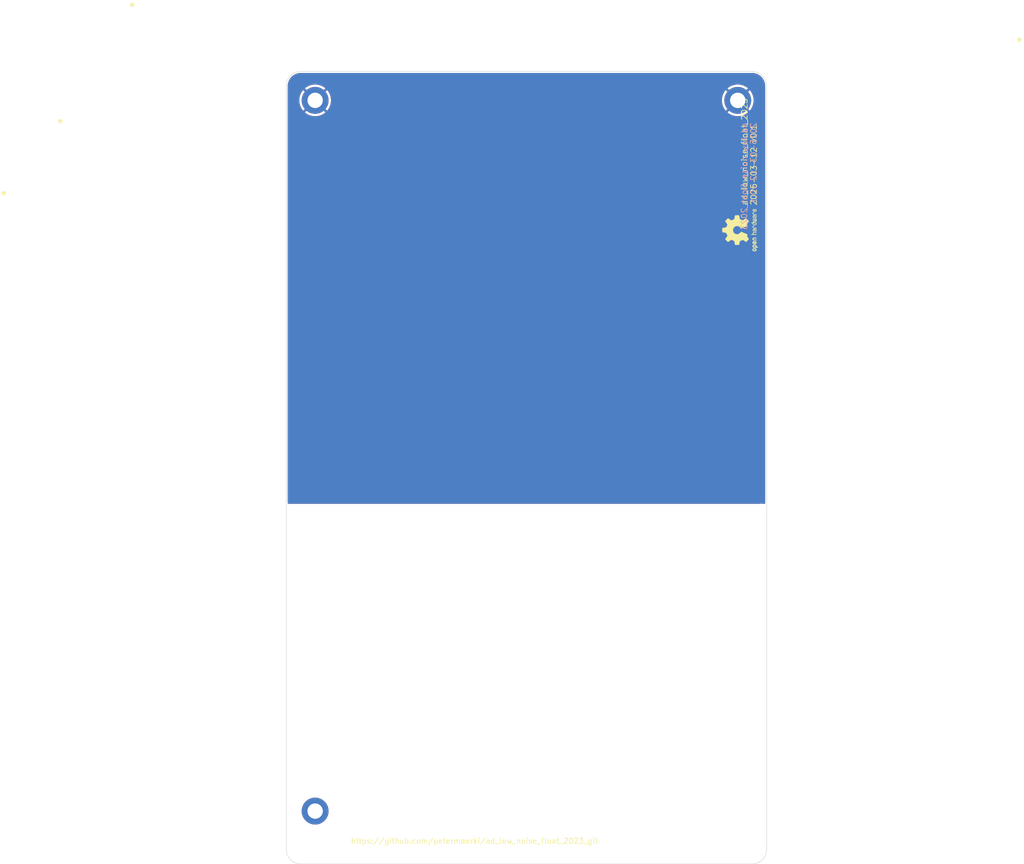
<source format=kicad_pcb>
(kicad_pcb (version 20240108) (generator "pcbnew") (generator_version "8.0")
  (title_block (title "ad_low_noise_float_2023") (date "2025-03-12") (rev "0.1") (company "Peter Märki") (comment 1 "The MIT License (MIT)"))
  (layers (0 "F.Cu" signal) (31 "B.Cu" signal) (34 "B.Paste" user) (35 "F.Paste" user) (36 "B.SilkS" user "B.Silkscreen") (37 "F.SilkS" user "F.Silkscreen") (38 "B.Mask" user) (39 "F.Mask" user) (44 "Edge.Cuts" user))
  (net 0 "")
  (net 1 "GND")
  (footprint "MountingHole:MountingHole_3.2mm_M3_DIN965_Pad" (layer "F.Cu") (at 64.76 171.26)
    (property "Reference" "H1307" (hide yes))
    (property "Value" "octoprobe_MountingHole")
    (pad "1" thru_hole circle (at 0 0) (size 5.6 5.6) (drill 3.2) (layers "*.Cu" "*.Mask" "In1.Cu" "In2.Cu" "In3.Cu" "In4.Cu" "In5.Cu" "In6.Cu" "In7.Cu" "In8.Cu" "In9.Cu" "In10.Cu" "In11.Cu" "In12.Cu" "In13.Cu" "In14.Cu" "In15.Cu" "In16.Cu" "In17.Cu" "In18.Cu" "In19.Cu" "In20.Cu" "In21.Cu" "In22.Cu" "In23.Cu" "In24.Cu" "In25.Cu" "In26.Cu" "In27.Cu" "In28.Cu" "In29.Cu" "In30.Cu") (net 1 "GND"))
  )
  (footprint "MountingHole:MountingHole_3.2mm_M3_DIN965_Pad" (layer "F.Cu") (at 152.76 23.26)
    (property "Reference" "H1305" (hide yes))
    (property "Value" "octoprobe_MountingHole")
    (pad "1" thru_hole circle (at 0 0) (size 5.6 5.6) (drill 3.2) (layers "*.Cu" "*.Mask" "In1.Cu" "In2.Cu" "In3.Cu" "In4.Cu" "In5.Cu" "In6.Cu" "In7.Cu" "In8.Cu" "In9.Cu" "In10.Cu" "In11.Cu" "In12.Cu" "In13.Cu" "In14.Cu" "In15.Cu" "In16.Cu" "In17.Cu" "In18.Cu" "In19.Cu" "In20.Cu" "In21.Cu" "In22.Cu" "In23.Cu" "In24.Cu" "In25.Cu" "In26.Cu" "In27.Cu" "In28.Cu" "In29.Cu" "In30.Cu") (net 1 "GND"))
  )
  (footprint "Symbol:OSHW-Logo2_9.8x8mm_SilkScreen" (layer "F.Cu") (at 153.248 50.28 90)
    (property "Reference" "Logo_open_hardware101" (hide yes))
    (property "Value" "Logo_Open_Hardware_Small" (hide yes))
    (fp_poly (pts (xy 3.570807 2.636782) (xy 3.594161 2.646988) (xy 3.649902 2.691134) (xy 3.697569 2.754967) (xy 3.727048 2.823087) (xy 3.731846 2.85667) (xy 3.71576 2.903556) (xy 3.680475 2.928365) (xy 3.642644 2.943387) (xy 3.625321 2.946155) (xy 3.616886 2.926066) (xy 3.60023 2.882351) (xy 3.592923 2.862598) (xy 3.551948 2.794271) (xy 3.492622 2.760191) (xy 3.416552 2.761239) (xy 3.410918 2.762581) (xy 3.370305 2.781836) (xy 3.340448 2.819375) (xy 3.320055 2.879809) (xy 3.307836 2.967751) (xy 3.3025 3.087813) (xy 3.302 3.151698) (xy 3.301752 3.252403) (xy 3.300126 3.321054) (xy 3.295801 3.364673) (xy 3.287454 3.390282) (xy 3.273765 3.404903) (xy 3.253411 3.415558) (xy 3.252234 3.416095) (xy 3.213038 3.432667) (xy 3.193619 3.438769) (xy 3.190635 3.420319) (xy 3.188081 3.369323) (xy 3.18614 3.292308) (xy 3.184997 3.195805) (xy 3.184769 3.125184) (xy 3.185932 2.988525) (xy 3.190479 2.884851) (xy 3.199999 2.808108) (xy 3.216081 2.752246) (xy 3.240313 2.711212) (xy 3.274286 2.678954) (xy 3.307833 2.65644) (xy 3.388499 2.626476) (xy 3.482381 2.619718) (xy 3.570807 2.636782)) (stroke (width 0.01)) (fill solid) (layer "F.SilkS"))
    (fp_poly (pts (xy -1.728336 2.595089) (xy -1.665633 2.631358) (xy -1.622039 2.667358) (xy -1.590155 2.705075) (xy -1.56819 2.751199) (xy -1.554351 2.812421) (xy -1.546847 2.895431) (xy -1.543883 3.006919) (xy -1.543539 3.087062) (xy -1.543539 3.382065) (xy -1.709615 3.456515) (xy -1.719385 3.133402) (xy -1.723421 3.012729) (xy -1.727656 2.925141) (xy -1.732903 2.86465) (xy -1.739975 2.825268) (xy -1.749689 2.801007) (xy -1.762856 2.78588) (xy -1.767081 2.782606) (xy -1.831091 2.757034) (xy -1.895792 2.767153) (xy -1.934308 2.794) (xy -1.949975 2.813024) (xy -1.96082 2.837988) (xy -1.967712 2.875834) (xy -1.971521 2.933502) (xy -1.973117 3.017935) (xy -1.973385 3.105928) (xy -1.973437 3.216323) (xy -1.975328 3.294463) (xy -1.981655 3.347165) (xy -1.995017 3.381242) (xy -2.018015 3.403511) (xy -2.053246 3.420787) (xy -2.100303 3.438738) (xy -2.151697 3.458278) (xy -2.145579 3.111485) (xy -2.143116 2.986468) (xy -2.140233 2.894082) (xy -2.136102 2.827881) (xy -2.129893 2.78142) (xy -2.120774 2.748256) (xy -2.107917 2.721944) (xy -2.092416 2.698729) (xy -2.017629 2.624569) (xy -1.926372 2.581684) (xy -1.827117 2.571412) (xy -1.728336 2.595089)) (stroke (width 0.01)) (fill solid) (layer "F.SilkS"))
    (fp_poly (pts (xy 0.713362 2.62467) (xy 0.802117 2.657421) (xy 0.874022 2.71535) (xy 0.902144 2.756128) (xy 0.932802 2.830954) (xy 0.932165 2.885058) (xy 0.899987 2.921446) (xy 0.888081 2.927633) (xy 0.836675 2.946925) (xy 0.810422 2.941982) (xy 0.80153 2.909587) (xy 0.801077 2.891692) (xy 0.784797 2.825859) (xy 0.742365 2.779807) (xy 0.683388 2.757564) (xy 0.617475 2.763161) (xy 0.563895 2.792229) (xy 0.545798 2.80881) (xy 0.532971 2.828925) (xy 0.524306 2.859332) (xy 0.518696 2.906788) (xy 0.515035 2.97805) (xy 0.512215 3.079875) (xy 0.511484 3.112115) (xy 0.50882 3.22241) (xy 0.505792 3.300036) (xy 0.50125 3.351396) (xy 0.494046 3.38289) (xy 0.483033 3.40092) (xy 0.46706 3.411888) (xy 0.456834 3.416733) (xy 0.413406 3.433301) (xy 0.387842 3.438769) (xy 0.379395 3.420507) (xy 0.374239 3.365296) (xy 0.372346 3.272499) (xy 0.373689 3.141478) (xy 0.374107 3.121269) (xy 0.377058 3.001733) (xy 0.380548 2.914449) (xy 0.385514 2.852591) (xy 0.392893 2.809336) (xy 0.403624 2.77786) (xy 0.418645 2.751339) (xy 0.426502 2.739975) (xy 0.471553 2.689692) (xy 0.52194 2.650581) (xy 0.528108 2.647167) (xy 0.618458 2.620212) (xy 0.713362 2.62467)) (stroke (width 0.01)) (fill solid) (layer "F.SilkS"))
    (fp_poly (pts (xy -0.840154 2.49212) (xy -0.834428 2.57198) (xy -0.827851 2.619039) (xy -0.818738 2.639566) (xy -0.805402 2.639829) (xy -0.801077 2.637378) (xy -0.743556 2.619636) (xy -0.668732 2.620672) (xy -0.592661 2.63891) (xy -0.545082 2.662505) (xy -0.496298 2.700198) (xy -0.460636 2.742855) (xy -0.436155 2.797057) (xy -0.420913 2.869384) (xy -0.41297 2.966419) (xy -0.410384 3.094742) (xy -0.410338 3.119358) (xy -0.410308 3.39587) (xy -0.471839 3.41732) (xy -0.515541 3.431912) (xy -0.539518 3.438706) (xy -0.540223 3.438769) (xy -0.542585 3.420345) (xy -0.544594 3.369526) (xy -0.546099 3.292993) (xy -0.546947 3.19743) (xy -0.547077 3.139329) (xy -0.547349 3.024771) (xy -0.548748 2.942667) (xy -0.552151 2.886393) (xy -0.558433 2.849326) (xy -0.568471 2.824844) (xy -0.583139 2.806325) (xy -0.592298 2.797406) (xy -0.655211 2.761466) (xy -0.723864 2.758775) (xy -0.786152 2.78917) (xy -0.797671 2.800144) (xy -0.814567 2.820779) (xy -0.826286 2.845256) (xy -0.833767 2.880647) (xy -0.837946 2.934026) (xy -0.839763 3.012466) (xy -0.840154 3.120617) (xy -0.840154 3.39587) (xy -0.901685 3.41732) (xy -0.945387 3.431912) (xy -0.969364 3.438706) (xy -0.97007 3.438769) (xy -0.971874 3.420069) (xy -0.9735 3.367322) (xy -0.974883 3.285557) (xy -0.975958 3.179805) (xy -0.97666 3.055094) (xy -0.976923 2.916455) (xy -0.976923 2.381806) (xy -0.849923 2.328236) (xy -0.840154 2.49212)) (stroke (width 0.01)) (fill solid) (layer "F.SilkS"))
    (fp_poly (pts (xy 2.395929 2.636662) (xy 2.398911 2.688068) (xy 2.401247 2.766192) (xy 2.402749 2.864857) (xy 2.403231 2.968343) (xy 2.403231 3.318533) (xy 2.341401 3.380363) (xy 2.298793 3.418462) (xy 2.26139 3.433895) (xy 2.21027 3.432918) (xy 2.189978 3.430433) (xy 2.126554 3.4232) (xy 2.074095 3.419055) (xy 2.061308 3.418672) (xy 2.018199 3.421176) (xy 1.956544 3.427462) (xy 1.932638 3.430433) (xy 1.873922 3.435028) (xy 1.834464 3.425046) (xy 1.795338 3.394228) (xy 1.781215 3.380363) (xy 1.719385 3.318533) (xy 1.719385 2.663503) (xy 1.76915 2.640829) (xy 1.812002 2.624034) (xy 1.837073 2.618154) (xy 1.843501 2.636736) (xy 1.849509 2.688655) (xy 1.854697 2.768172) (xy 1.858664 2.869546) (xy 1.860577 2.955192) (xy 1.865923 3.292231) (xy 1.91256 3.298825) (xy 1.954976 3.294214) (xy 1.97576 3.279287) (xy 1.98157 3.251377) (xy 1.98653 3.191925) (xy 1.990246 3.108466) (xy 1.992324 3.008532) (xy 1.992624 2.957104) (xy 1.992923 2.661054) (xy 2.054454 2.639604) (xy 2.098004 2.62502) (xy 2.121694 2.618219) (xy 2.122377 2.618154) (xy 2.124754 2.636642) (xy 2.127366 2.687906) (xy 2.129995 2.765649) (xy 2.132421 2.863574) (xy 2.134115 2.955192) (xy 2.139461 3.292231) (xy 2.256692 3.292231) (xy 2.262072 2.984746) (xy 2.267451 2.677261) (xy 2.324601 2.647707) (xy 2.366797 2.627413) (xy 2.39177 2.618204) (xy 2.392491 2.618154) (xy 2.395929 2.636662)) (stroke (width 0.01)) (fill solid) (layer "F.SilkS"))
    (fp_poly (pts (xy -3.983114 2.587256) (xy -3.891536 2.635409) (xy -3.823951 2.712905) (xy -3.799943 2.762727) (xy -3.781262 2.837533) (xy -3.771699 2.932052) (xy -3.770792 3.03521) (xy -3.778079 3.135935) (xy -3.793097 3.223153) (xy -3.815385 3.285791) (xy -3.822235 3.296579) (xy -3.903368 3.377105) (xy -3.999734 3.425336) (xy -4.104299 3.43945) (xy -4.210032 3.417629) (xy -4.239457 3.404547) (xy -4.296759 3.364231) (xy -4.34705 3.310775) (xy -4.351803 3.303995) (xy -4.371122 3.271321) (xy -4.383892 3.236394) (xy -4.391436 3.190414) (xy -4.395076 3.124584) (xy -4.396135 3.030105) (xy -4.396154 3.008923) (xy -4.396106 3.002182) (xy -4.200769 3.002182) (xy -4.199632 3.091349) (xy -4.195159 3.15052) (xy -4.185754 3.188741) (xy -4.169824 3.215053) (xy -4.161692 3.223846) (xy -4.114942 3.257261) (xy -4.069553 3.255737) (xy -4.02366 3.226752) (xy -3.996288 3.195809) (xy -3.980077 3.150643) (xy -3.970974 3.07942) (xy -3.970349 3.071114) (xy -3.968796 2.942037) (xy -3.985035 2.846172) (xy -4.018848 2.784107) (xy -4.070016 2.756432) (xy -4.08828 2.754923) (xy -4.13624 2.762513) (xy -4.169047 2.788808) (xy -4.189105 2.839095) (xy -4.198822 2.918664) (xy -4.200769 3.002182) (xy -4.396106 3.002182) (xy -4.395426 2.908249) (xy -4.392371 2.837906) (xy -4.385678 2.789163) (xy -4.37404 2.753288) (xy -4.356147 2.721548) (xy -4.352192 2.715648) (xy -4.285733 2.636104) (xy -4.213315 2.589929) (xy -4.125151 2.571599) (xy -4.095213 2.570703) (xy -3.983114 2.587256)) (stroke (width 0.01)) (fill solid) (layer "F.SilkS"))
    (fp_poly (pts (xy 4.245224 2.647838) (xy 4.322528 2.698361) (xy 4.359814 2.74359) (xy 4.389353 2.825663) (xy 4.391699 2.890607) (xy 4.386385 2.977445) (xy 4.186115 3.065103) (xy 4.088739 3.109887) (xy 4.025113 3.145913) (xy 3.992029 3.177117) (xy 3.98628 3.207436) (xy 4.004658 3.240805) (xy 4.024923 3.262923) (xy 4.083889 3.298393) (xy 4.148024 3.300879) (xy 4.206926 3.273235) (xy 4.250197 3.21832) (xy 4.257936 3.198928) (xy 4.295006 3.138364) (xy 4.337654 3.112552) (xy 4.396154 3.090471) (xy 4.396154 3.174184) (xy 4.390982 3.23115) (xy 4.370723 3.279189) (xy 4.328262 3.334346) (xy 4.321951 3.341514) (xy 4.27472 3.390585) (xy 4.234121 3.41692) (xy 4.183328 3.429035) (xy 4.14122 3.433003) (xy 4.065902 3.433991) (xy 4.012286 3.421466) (xy 3.978838 3.402869) (xy 3.926268 3.361975) (xy 3.889879 3.317748) (xy 3.86685 3.262126) (xy 3.854359 3.187047) (xy 3.849587 3.084449) (xy 3.849206 3.032376) (xy 3.850501 2.969948) (xy 3.968471 2.969948) (xy 3.969839 3.003438) (xy 3.973249 3.008923) (xy 3.995753 3.001472) (xy 4.044182 2.981753) (xy 4.108908 2.953718) (xy 4.122443 2.947692) (xy 4.204244 2.906096) (xy 4.249312 2.869538) (xy 4.259217 2.835296) (xy 4.235526 2.800648) (xy 4.21596 2.785339) (xy 4.14536 2.754721) (xy 4.07928 2.75978) (xy 4.023959 2.797151) (xy 3.985636 2.863473) (xy 3.973349 2.916116) (xy 3.968471 2.969948) (xy 3.850501 2.969948) (xy 3.85173 2.91072) (xy 3.861032 2.82071) (xy 3.87946 2.755167) (xy 3.90936 2.706912) (xy 3.95308 2.668767) (xy 3.972141 2.65644) (xy 4.058726 2.624336) (xy 4.153522 2.622316) (xy 4.245224 2.647838)) (stroke (width 0.01)) (fill solid) (layer "F.SilkS"))
    (fp_poly (pts (xy 1.602081 2.780289) (xy 1.601833 2.92632) (xy 1.600872 3.038655) (xy 1.598794 3.122678) (xy 1.595193 3.183769) (xy 1.589665 3.227309) (xy 1.581804 3.258679) (xy 1.571207 3.283262) (xy 1.563182 3.297294) (xy 1.496728 3.373388) (xy 1.41247 3.421084) (xy 1.319249 3.438199) (xy 1.2259 3.422546) (xy 1.170312 3.394418) (xy 1.111957 3.34576) (xy 1.072186 3.286333) (xy 1.04819 3.208507) (xy 1.037161 3.104652) (xy 1.035599 3.028462) (xy 1.035809 3.022986) (xy 1.172308 3.022986) (xy 1.173141 3.110355) (xy 1.176961 3.168192) (xy 1.185746 3.206029) (xy 1.201474 3.233398) (xy 1.220266 3.254042) (xy 1.283375 3.29389) (xy 1.351137 3.297295) (xy 1.415179 3.264025) (xy 1.420164 3.259517) (xy 1.441439 3.236067) (xy 1.454779 3.208166) (xy 1.462001 3.166641) (xy 1.464923 3.102316) (xy 1.465385 3.0312) (xy 1.464383 2.941858) (xy 1.460238 2.882258) (xy 1.451236 2.843089) (xy 1.435667 2.81504) (xy 1.422902 2.800144) (xy 1.3636 2.762575) (xy 1.295301 2.758057) (xy 1.23011 2.786753) (xy 1.217528 2.797406) (xy 1.196111 2.821063) (xy 1.182744 2.849251) (xy 1.175566 2.891245) (xy 1.172719 2.956319) (xy 1.172308 3.022986) (xy 1.035809 3.022986) (xy 1.040322 2.905765) (xy 1.056362 2.813577) (xy 1.086528 2.744269) (xy 1.133629 2.690211) (xy 1.170312 2.662505) (xy 1.23699 2.632572) (xy 1.314272 2.618678) (xy 1.38611 2.622397) (xy 1.426308 2.6374) (xy 1.442082 2.64167) (xy 1.45255 2.62575) (xy 1.459856 2.583089) (xy 1.465385 2.518106) (xy 1.471437 2.445732) (xy 1.479844 2.402187) (xy 1.495141 2.377287) (xy 1.521864 2.360845) (xy 1.538654 2.353564) (xy 1.602154 2.326963) (xy 1.602081 2.780289)) (stroke (width 0.01)) (fill solid) (layer "F.SilkS"))
    (fp_poly (pts (xy -2.465746 2.599745) (xy -2.388714 2.651567) (xy -2.329184 2.726412) (xy -2.293622 2.821654) (xy -2.286429 2.891756) (xy -2.287246 2.921009) (xy -2.294086 2.943407) (xy -2.312888 2.963474) (xy -2.349592 2.985733) (xy -2.410138 3.014709) (xy -2.500466 3.054927) (xy -2.500923 3.055129) (xy -2.584067 3.09321) (xy -2.652247 3.127025) (xy -2.698495 3.152933) (xy -2.715842 3.167295) (xy -2.715846 3.167411) (xy -2.700557 3.198685) (xy -2.664804 3.233157) (xy -2.623758 3.25799) (xy -2.602963 3.262923) (xy -2.54623 3.245862) (xy -2.497373 3.203133) (xy -2.473535 3.156155) (xy -2.450603 3.121522) (xy -2.405682 3.082081) (xy -2.352877 3.048009) (xy -2.30629 3.02948) (xy -2.296548 3.028462) (xy -2.285582 3.045215) (xy -2.284921 3.088039) (xy -2.29298 3.145781) (xy -2.308173 3.207289) (xy -2.328914 3.261409) (xy -2.329962 3.26351) (xy -2.392379 3.35066) (xy -2.473274 3.409939) (xy -2.565144 3.439034) (xy -2.660487 3.435634) (xy -2.751802 3.397428) (xy -2.755862 3.394741) (xy -2.827694 3.329642) (xy -2.874927 3.244705) (xy -2.901066 3.133021) (xy -2.904574 3.101643) (xy -2.910787 2.953536) (xy -2.903339 2.884468) (xy -2.715846 2.884468) (xy -2.71341 2.927552) (xy -2.700086 2.940126) (xy -2.666868 2.930719) (xy -2.614506 2.908483) (xy -2.555976 2.88061) (xy -2.554521 2.879872) (xy -2.504911 2.853777) (xy -2.485 2.836363) (xy -2.48991 2.818107) (xy -2.510584 2.79412) (xy -2.563181 2.759406) (xy -2.619823 2.756856) (xy -2.670631 2.782119) (xy -2.705724 2.830847) (xy -2.715846 2.884468) (xy -2.903339 2.884468) (xy -2.898008 2.835036) (xy -2.865222 2.741055) (xy -2.819579 2.675215) (xy -2.737198 2.608681) (xy -2.646454 2.575676) (xy -2.553815 2.573573) (xy -2.465746 2.599745)) (stroke (width 0.01)) (fill solid) (layer "F.SilkS"))
    (fp_poly (pts (xy 0.053501 2.626303) (xy 0.13006 2.654733) (xy 0.130936 2.655279) (xy 0.178285 2.690127) (xy 0.213241 2.730852) (xy 0.237825 2.783925) (xy 0.254062 2.855814) (xy 0.263975 2.952992) (xy 0.269586 3.081928) (xy 0.270077 3.100298) (xy 0.277141 3.377287) (xy 0.217695 3.408028) (xy 0.174681 3.428802) (xy 0.14871 3.438646) (xy 0.147509 3.438769) (xy 0.143014 3.420606) (xy 0.139444 3.371612) (xy 0.137248 3.300031) (xy 0.136769 3.242068) (xy 0.136758 3.14817) (xy 0.132466 3.089203) (xy 0.117503 3.061079) (xy 0.085482 3.059706) (xy 0.030014 3.080998) (xy -0.053731 3.120136) (xy -0.115311 3.152643) (xy -0.146983 3.180845) (xy -0.156294 3.211582) (xy -0.156308 3.213104) (xy -0.140943 3.266054) (xy -0.095453 3.29466) (xy -0.025834 3.298803) (xy 0.024313 3.298084) (xy 0.050754 3.312527) (xy 0.067243 3.347218) (xy 0.076733 3.391416) (xy 0.063057 3.416493) (xy 0.057907 3.420082) (xy 0.009425 3.434496) (xy -0.058469 3.436537) (xy -0.128388 3.426983) (xy -0.177932 3.409522) (xy -0.24643 3.351364) (xy -0.285366 3.270408) (xy -0.293077 3.20716) (xy -0.287193 3.150111) (xy -0.265899 3.103542) (xy -0.223735 3.062181) (xy -0.155241 3.020755) (xy -0.054956 2.973993) (xy -0.048846 2.97135) (xy 0.04149 2.929617) (xy 0.097235 2.895391) (xy 0.121129 2.864635) (xy 0.115913 2.833311) (xy 0.084328 2.797383) (xy 0.074883 2.789116) (xy 0.011617 2.757058) (xy -0.053936 2.758407) (xy -0.111028 2.789838) (xy -0.148907 2.848024) (xy -0.152426 2.859446) (xy -0.1867 2.914837) (xy -0.230191 2.941518) (xy -0.293077 2.96796) (xy -0.293077 2.899548) (xy -0.273948 2.80011) (xy -0.217169 2.708902) (xy -0.187622 2.678389) (xy -0.120458 2.639228) (xy -0.035044 2.6215) (xy 0.053501 2.626303)) (stroke (width 0.01)) (fill solid) (layer "F.SilkS"))
    (fp_poly (pts (xy -3.231114 2.584505) (xy -3.156461 2.621727) (xy -3.090569 2.690261) (xy -3.072423 2.715648) (xy -3.052655 2.748866) (xy -3.039828 2.784945) (xy -3.03249 2.833098) (xy -3.029187 2.902536) (xy -3.028462 2.994206) (xy -3.031737 3.11983) (xy -3.043123 3.214154) (xy -3.064959 3.284523) (xy -3.099581 3.338286) (xy -3.14933 3.382788) (xy -3.152986 3.385423) (xy -3.202015 3.412377) (xy -3.261055 3.425712) (xy -3.336141 3.429) (xy -3.458205 3.429) (xy -3.458256 3.547497) (xy -3.459392 3.613492) (xy -3.466314 3.652202) (xy -3.484402 3.675419) (xy -3.519038 3.694933) (xy -3.527355 3.69892) (xy -3.56628 3.717603) (xy -3.596417 3.729403) (xy -3.618826 3.730422) (xy -3.634567 3.716761) (xy -3.644698 3.684522) (xy -3.650277 3.629804) (xy -3.652365 3.548711) (xy -3.652019 3.437344) (xy -3.6503 3.291802) (xy -3.649763 3.248269) (xy -3.647828 3.098205) (xy -3.646096 3.000042) (xy -3.458308 3.000042) (xy -3.457252 3.083364) (xy -3.452562 3.13788) (xy -3.441949 3.173837) (xy -3.423128 3.201482) (xy -3.41035 3.214965) (xy -3.35811 3.254417) (xy -3.311858 3.257628) (xy -3.264133 3.225049) (xy -3.262923 3.223846) (xy -3.243506 3.198668) (xy -3.231693 3.164447) (xy -3.225735 3.111748) (xy -3.22388 3.031131) (xy -3.223846 3.013271) (xy -3.22833 2.902175) (xy -3.242926 2.825161) (xy -3.26935 2.778147) (xy -3.309317 2.75705) (xy -3.332416 2.754923) (xy -3.387238 2.7649) (xy -3.424842 2.797752) (xy -3.447477 2.857857) (xy -3.457394 2.949598) (xy -3.458308 3.000042) (xy -3.646096 3.000042) (xy -3.645778 2.98206) (xy -3.643127 2.894679) (xy -3.639394 2.830905) (xy -3.634093 2.785582) (xy -3.626742 2.753555) (xy -3.616857 2.729668) (xy -3.603954 2.708764) (xy -3.598421 2.700898) (xy -3.525031 2.626595) (xy -3.43224 2.584467) (xy -3.324904 2.572722) (xy -3.231114 2.584505)) (stroke (width 0.01)) (fill solid) (layer "F.SilkS"))
    (fp_poly (pts (xy 2.887333 2.633528) (xy 2.94359 2.659117) (xy 2.987747 2.690124) (xy 3.020101 2.724795) (xy 3.042438 2.76952) (xy 3.056546 2.830692) (xy 3.064211 2.914701) (xy 3.06722 3.02794) (xy 3.067538 3.102509) (xy 3.067538 3.39342) (xy 3.017773 3.416095) (xy 2.978576 3.432667) (xy 2.959157 3.438769) (xy 2.955442 3.42061) (xy 2.952495 3.371648) (xy 2.950691 3.300153) (xy 2.950308 3.243385) (xy 2.948661 3.161371) (xy 2.944222 3.096309) (xy 2.93774 3.056467) (xy 2.93259 3.048) (xy 2.897977 3.056646) (xy 2.84364 3.078823) (xy 2.780722 3.108886) (xy 2.720368 3.141192) (xy 2.673721 3.170098) (xy 2.651926 3.189961) (xy 2.651839 3.190175) (xy 2.653714 3.226935) (xy 2.670525 3.262026) (xy 2.700039 3.290528) (xy 2.743116 3.300061) (xy 2.779932 3.29895) (xy 2.832074 3.298133) (xy 2.859444 3.310349) (xy 2.875882 3.342624) (xy 2.877955 3.34871) (xy 2.885081 3.394739) (xy 2.866024 3.422687) (xy 2.816353 3.436007) (xy 2.762697 3.43847) (xy 2.666142 3.42021) (xy 2.616159 3.394131) (xy 2.554429 3.332868) (xy 2.52169 3.25767) (xy 2.518753 3.178211) (xy 2.546424 3.104167) (xy 2.588047 3.057769) (xy 2.629604 3.031793) (xy 2.694922 2.998907) (xy 2.771038 2.965557) (xy 2.783726 2.960461) (xy 2.867333 2.923565) (xy 2.91553 2.891046) (xy 2.93103 2.858718) (xy 2.91655 2.822394) (xy 2.891692 2.794) (xy 2.832939 2.759039) (xy 2.768293 2.756417) (xy 2.709008 2.783358) (xy 2.666339 2.837088) (xy 2.660739 2.85095) (xy 2.628133 2.901936) (xy 2.58053 2.939787) (xy 2.520461 2.97085) (xy 2.520461 2.882768) (xy 2.523997 2.828951) (xy 2.539156 2.786534) (xy 2.572768 2.741279) (xy 2.605035 2.70642) (xy 2.655209 2.657062) (xy 2.694193 2.630547) (xy 2.736064 2.619911) (xy 2.78346 2.618154) (xy 2.887333 2.633528)) (stroke (width 0.01)) (fill solid) (layer "F.SilkS"))
    (fp_poly (pts (xy 0.139878 -3.712224) (xy 0.245612 -3.711645) (xy 0.322132 -3.710078) (xy 0.374372 -3.707028) (xy 0.407263 -3.702004) (xy 0.425737 -3.694511) (xy 0.434727 -3.684056) (xy 0.439163 -3.670147) (xy 0.439594 -3.668346) (xy 0.446333 -3.635855) (xy 0.458808 -3.571748) (xy 0.475719 -3.482849) (xy 0.495771 -3.375981) (xy 0.517664 -3.257967) (xy 0.518429 -3.253822) (xy 0.540359 -3.138169) (xy 0.560877 -3.035986) (xy 0.578659 -2.953402) (xy 0.592381 -2.896544) (xy 0.600718 -2.871542) (xy 0.601116 -2.871099) (xy 0.625677 -2.85889) (xy 0.676315 -2.838544) (xy 0.742095 -2.814455) (xy 0.742461 -2.814326) (xy 0.825317 -2.783182) (xy 0.923 -2.743509) (xy 1.015077 -2.703619) (xy 1.019434 -2.701647) (xy 1.169407 -2.63358) (xy 1.501498 -2.860361) (xy 1.603374 -2.929496) (xy 1.695657 -2.991303) (xy 1.773003 -3.042267) (xy 1.830064 -3.078873) (xy 1.861495 -3.097606) (xy 1.864479 -3.098996) (xy 1.887321 -3.09281) (xy 1.929982 -3.062965) (xy 1.994128 -3.008053) (xy 2.081421 -2.926666) (xy 2.170535 -2.840078) (xy 2.256441 -2.754753) (xy 2.333327 -2.676892) (xy 2.396564 -2.611303) (xy 2.441523 -2.562795) (xy 2.463576 -2.536175) (xy 2.464396 -2.534805) (xy 2.466834 -2.516537) (xy 2.45765 -2.486705) (xy 2.434574 -2.441279) (xy 2.395337 -2.37623) (xy 2.33767 -2.28753) (xy 2.260795 -2.173343) (xy 2.19257 -2.072838) (xy 2.131582 -1.982697) (xy 2.081356 -1.908151) (xy 2.045416 -1.854435) (xy 2.027287 -1.826782) (xy 2.026146 -1.824905) (xy 2.028359 -1.79841) (xy 2.045138 -1.746914) (xy 2.073142 -1.680149) (xy 2.083122 -1.658828) (xy 2.126672 -1.563841) (xy 2.173134 -1.456063) (xy 2.210877 -1.362808) (xy 2.238073 -1.293594) (xy 2.259675 -1.240994) (xy 2.272158 -1.213503) (xy 2.273709 -1.211384) (xy 2.296668 -1.207876) (xy 2.350786 -1.198262) (xy 2.428868 -1.183911) (xy 2.523719 -1.166193) (xy 2.628143 -1.146475) (xy 2.734944 -1.126126) (xy 2.836926 -1.106514) (xy 2.926894 -1.089009) (xy 2.997653 -1.074978) (xy 3.042006 -1.065791) (xy 3.052885 -1.063193) (xy 3.064122 -1.056782) (xy 3.072605 -1.042303) (xy 3.078714 -1.014867) (xy 3.082832 -0.969589) (xy 3.085341 -0.90158) (xy 3.086621 -0.805953) (xy 3.087054 -0.67782) (xy 3.087077 -0.625299) (xy 3.087077 -0.198155) (xy 2.9845 -0.177909) (xy 2.927431 -0.16693) (xy 2.842269 -0.150905) (xy 2.739372 -0.131767) (xy 2.629096 -0.111449) (xy 2.598615 -0.105868) (xy 2.496855 -0.086083) (xy 2.408205 -0.066627) (xy 2.340108 -0.049303) (xy 2.300004 -0.035912) (xy 2.293323 -0.031921) (xy 2.276919 -0.003658) (xy 2.253399 0.051109) (xy 2.227316 0.121588) (xy 2.222142 0.136769) (xy 2.187956 0.230896) (xy 2.145523 0.337101) (xy 2.103997 0.432473) (xy 2.103792 0.432916) (xy 2.03464 0.582525) (xy 2.489512 1.251617) (xy 2.1975 1.544116) (xy 2.10918 1.63117) (xy 2.028625 1.707909) (xy 1.96036 1.770237) (xy 1.908908 1.814056) (xy 1.878794 1.83527) (xy 1.874474 1.836616) (xy 1.849111 1.826016) (xy 1.797358 1.796547) (xy 1.724868 1.751705) (xy 1.637294 1.694984) (xy 1.542612 1.631462) (xy 1.446516 1.566668) (xy 1.360837 1.510287) (xy 1.291016 1.465788) (xy 1.242494 1.436639) (xy 1.220782 1.426308) (xy 1.194293 1.43505) (xy 1.144062 1.458087) (xy 1.080451 1.490631) (xy 1.073708 1.494249) (xy 0.988046 1.53721) (xy 0.929306 1.558279) (xy 0.892772 1.558503) (xy 0.873731 1.538928) (xy 0.87362 1.538654) (xy 0.864102 1.515472) (xy 0.841403 1.460441) (xy 0.807282 1.377822) (xy 0.7635 1.271872) (xy 0.711816 1.146852) (xy 0.653992 1.00702) (xy 0.597991 0.871637) (xy 0.536447 0.722234) (xy 0.479939 0.583832) (xy 0.430161 0.460673) (xy 0.388806 0.357002) (xy 0.357568 0.277059) (xy 0.338141 0.225088) (xy 0.332154 0.205692) (xy 0.347168 0.183443) (xy 0.386439 0.147982) (xy 0.438807 0.108887) (xy 0.587941 -0.014755) (xy 0.704511 -0.156478) (xy 0.787118 -0.313296) (xy 0.834366 -0.482225) (xy 0.844857 -0.660278) (xy 0.837231 -0.742461) (xy 0.795682 -0.912969) (xy 0.724123 -1.063541) (xy 0.626995 -1.192691) (xy 0.508734 -1.298936) (xy 0.37378 -1.38079) (xy 0.226571 -1.436768) (xy 0.071544 -1.465385) (xy -0.086861 -1.465156) (xy -0.244206 -1.434595) (xy -0.396054 -1.372218) (xy -0.537965 -1.27654) (xy -0.597197 -1.222428) (xy -0.710797 -1.08348) (xy -0.789894 -0.931639) (xy -0.835014 -0.771333) (xy -0.846684 -0.606988) (xy -0.825431 -0.443029) (xy -0.77178 -0.283882) (xy -0.68626 -0.133975) (xy -0.569395 0.002267) (xy -0.438807 0.108887) (xy -0.384412 0.149642) (xy -0.345986 0.184718) (xy -0.332154 0.205726) (xy -0.339397 0.228635) (xy -0.359995 0.283365) (xy -0.392254 0.365672) (xy -0.434479 0.471315) (xy -0.484977 0.59605) (xy -0.542052 0.735636) (xy -0.598146 0.87167) (xy -0.660033 1.021201) (xy -0.717356 1.159767) (xy -0.768356 1.283107) (xy -0.811273 1.386964) (xy -0.844347 1.46708) (xy -0.865819 1.519195) (xy -0.873775 1.538654) (xy -0.892571 1.558423) (xy -0.928926 1.558365) (xy -0.987521 1.537441) (xy -1.073032 1.494613) (xy -1.073708 1.494249) (xy -1.138093 1.461012) (xy -1.190139 1.436802) (xy -1.219488 1.426404) (xy -1.220783 1.426308) (xy -1.242876 1.436855) (xy -1.291652 1.466184) (xy -1.361669 1.510827) (xy -1.447486 1.567314) (xy -1.542612 1.631462) (xy -1.63946 1.696411) (xy -1.726747 1.752896) (xy -1.798819 1.797421) (xy -1.850023 1.82649) (xy -1.874474 1.836616) (xy -1.89699 1.823307) (xy -1.942258 1.786112) (xy -2.005756 1.729128) (xy -2.082961 1.656449) (xy -2.169349 1.572171) (xy -2.197601 1.544016) (xy -2.489713 1.251416) (xy -2.267369 0.925104) (xy -2.199798 0.824897) (xy -2.140493 0.734963) (xy -2.092783 0.66051) (xy -2.059993 0.606751) (xy -2.045452 0.578894) (xy -2.045026 0.576912) (xy -2.052692 0.550655) (xy -2.073311 0.497837) (xy -2.103315 0.42731) (xy -2.124375 0.380093) (xy -2.163752 0.289694) (xy -2.200835 0.198366) (xy -2.229585 0.1212) (xy -2.237395 0.097692) (xy -2.259583 0.034916) (xy -2.281273 -0.013589) (xy -2.293187 -0.031921) (xy -2.319477 -0.043141) (xy -2.376858 -0.059046) (xy -2.457882 -0.077833) (xy -2.555105 -0.097701) (xy -2.598615 -0.105868) (xy -2.709104 -0.126171) (xy -2.815084 -0.14583) (xy -2.906199 -0.162912) (xy -2.972092 -0.175482) (xy -2.9845 -0.177909) (xy -3.087077 -0.198155) (xy -3.087077 -0.625299) (xy -3.086847 -0.765754) (xy -3.085901 -0.872021) (xy -3.083859 -0.948987) (xy -3.080338 -1.00154) (xy -3.074957 -1.034567) (xy -3.067334 -1.052955) (xy -3.057088 -1.061592) (xy -3.052885 -1.063193) (xy -3.02753 -1.068873) (xy -2.971516 -1.080205) (xy -2.892036 -1.095821) (xy -2.796288 -1.114353) (xy -2.691467 -1.134431) (xy -2.584768 -1.154688) (xy -2.483387 -1.173754) (xy -2.394521 -1.190261) (xy -2.325363 -1.202841) (xy -2.283111 -1.210125) (xy -2.27371 -1.211384) (xy -2.265193 -1.228237) (xy -2.24634 -1.27313) (xy -2.220676 -1.33757) (xy -2.210877 -1.362808) (xy -2.171352 -1.460314) (xy -2.124808 -1.568041) (xy -2.083123 -1.658828) (xy -2.05245 -1.728247) (xy -2.032044 -1.78529) (xy -2.025232 -1.820223) (xy -2.026318 -1.824905) (xy -2.040715 -1.847009) (xy -2.073588 -1.896169) (xy -2.12141 -1.967152) (xy -2.180652 -2.054722) (xy -2.247785 -2.153643) (xy -2.261059 -2.17317) (xy -2.338954 -2.28886) (xy -2.396213 -2.376956) (xy -2.435119 -2.441514) (xy -2.457956 -2.486589) (xy -2.467006 -2.516237) (xy -2.464552 -2.534515) (xy -2.464489 -2.534631) (xy -2.445173 -2.558639) (xy -2.402449 -2.605053) (xy -2.340949 -2.669063) (xy -2.265302 -2.745855) (xy -2.180139 -2.830618) (xy -2.170535 -2.840078) (xy -2.06321 -2.944011) (xy -1.980385 -3.020325) (xy -1.920395 -3.070429) (xy -1.881577 -3.09573) (xy -1.86448 -3.098996) (xy -1.839527 -3.08475) (xy -1.787745 -3.051844) (xy -1.71448 -3.003792) (xy -1.62508 -2.94411) (xy -1.524889 -2.876312) (xy -1.501499 -2.860361) (xy -1.169407 -2.63358) (xy -1.019435 -2.701647) (xy -0.92823 -2.741315) (xy -0.830331 -2.781209) (xy -0.746169 -2.813017) (xy -0.742462 -2.814326) (xy -0.676631 -2.838424) (xy -0.625884 -2.8588) (xy -0.601158 -2.871064) (xy -0.601116 -2.871099) (xy -0.593271 -2.893266) (xy -0.579934 -2.947783) (xy -0.56243 -3.02852) (xy -0.542083 -3.12935) (xy -0.520218 -3.244144) (xy -0.518429 -3.253822) (xy -0.496496 -3.372096) (xy -0.47636 -3.479458) (xy -0.45932 -3.569083) (xy -0.446672 -3.634149) (xy -0.439716 -3.667832) (xy -0.439594 -3.668346) (xy -0.435361 -3.682675) (xy -0.427129 -3.693493) (xy -0.409967 -3.701294) (xy -0.378942 -3.706571) (xy -0.329122 -3.709818) (xy -0.255576 -3.711528) (xy -0.153371 -3.712193) (xy -0.017575 -3.712307) (xy 0 -3.712308) (xy 0.139878 -3.712224)) (stroke (width 0.01)) (fill solid) (layer "F.SilkS"))
  )
  (footprint "MountingHole:MountingHole_3.2mm_M3_DIN965_Pad" (layer "F.Cu") (at 64.76 23.26)
    (property "Reference" "H1306" (hide yes))
    (property "Value" "octoprobe_MountingHole")
    (pad "1" thru_hole circle (at 0 0) (size 5.6 5.6) (drill 3.2) (layers "*.Cu" "*.Mask" "In1.Cu" "In2.Cu" "In3.Cu" "In4.Cu" "In5.Cu" "In6.Cu" "In7.Cu" "In8.Cu" "In9.Cu" "In10.Cu" "In11.Cu" "In12.Cu" "In13.Cu" "In14.Cu" "In15.Cu" "In16.Cu" "In17.Cu" "In18.Cu" "In19.Cu" "In20.Cu" "In21.Cu" "In22.Cu" "In23.Cu" "In24.Cu" "In25.Cu" "In26.Cu" "In27.Cu" "In28.Cu" "In29.Cu" "In30.Cu") (net 1 "GND"))
  )
  (gr_line (start 61.76 182.26) (end 155.76 182.26) (stroke (width 0.1)) (layer "Edge.Cuts"))
  (gr_line (start 158.76 179.26) (end 158.76 20.26) (stroke (width 0.1)) (layer "Edge.Cuts"))
  (gr_arc (start 158.76 179.26) (mid 157.88132 181.38132) (end 155.76 182.26) (stroke (width 0.1)) (layer "Edge.Cuts"))
  (gr_line (start 58.76 20.26) (end 58.76 179.26) (stroke (width 0.1)) (layer "Edge.Cuts"))
  (gr_arc (start 58.76 20.26) (mid 59.63868 18.13868) (end 61.76 17.26) (stroke (width 0.1)) (layer "Edge.Cuts"))
  (gr_arc (start 61.76 182.26) (mid 59.63868 181.38132) (end 58.76 179.26) (stroke (width 0.1)) (layer "Edge.Cuts"))
  (gr_arc (start 155.76 17.26) (mid 157.88132 18.13868) (end 158.76 20.26) (stroke (width 0.1)) (layer "Edge.Cuts"))
  (gr_line (start 155.76 17.26) (end 61.76 17.26) (stroke (width 0.1)) (layer "Edge.Cuts"))
  (gr_text "${TITLE}\n${ISSUE_DATE} v${REVISION}" (at 156.7532 27.801 90) (layer "B.SilkS") (effects (font (size 1.2 1.2)) (justify left bottom mirror)))
  (gr_text "*" (at 10.9222 28.9405 0) (layer "F.SilkS") (effects (font (size 1.5 1.5) (thickness 0.3) (bold yes)) (justify left bottom)))
  (gr_text "*" (at -0.8634 43.9265 0) (layer "F.SilkS") (effects (font (size 1.5 1.5) (thickness 0.3) (bold yes)) (justify left bottom)))
  (gr_text "*" (at 210.652 12.0022 0) (layer "F.SilkS") (effects (font (size 1.5 1.5) (thickness 0.3) (bold yes)) (justify left bottom)))
  (gr_text "${TITLE}\n${ISSUE_DATE} v${REVISION}" (at 156.804 45.2 90) (layer "F.SilkS") (effects (font (size 1.2 1.2)) (justify left bottom)))
  (gr_text "*" (at 25.9137 4.7599 0) (layer "F.SilkS") (effects (font (size 1.5 1.5) (thickness 0.3) (bold yes)) (justify left bottom)))
  (gr_text "https://github.com/petermaerki/ad_low_noise_float_2023_git" (at 72.1204 178.1182 0) (layer "F.SilkS") (effects (font (size 1.1 1.1)) (justify left bottom)))
  (zone (net 1) (net_name "GND") (layers "F.Cu" "B.Cu") (priority 1) (connect_pads (clearance 0.18)) (min_thickness 0.25) (fill yes (thermal_gap 0.5) (thermal_bridge_width 0.5))
    (polygon (pts (xy 158.76 107.26) (xy 58.76 107.26) (xy 58.76 17.26) (xy 158.76 17.26)))
  )
)
</source>
